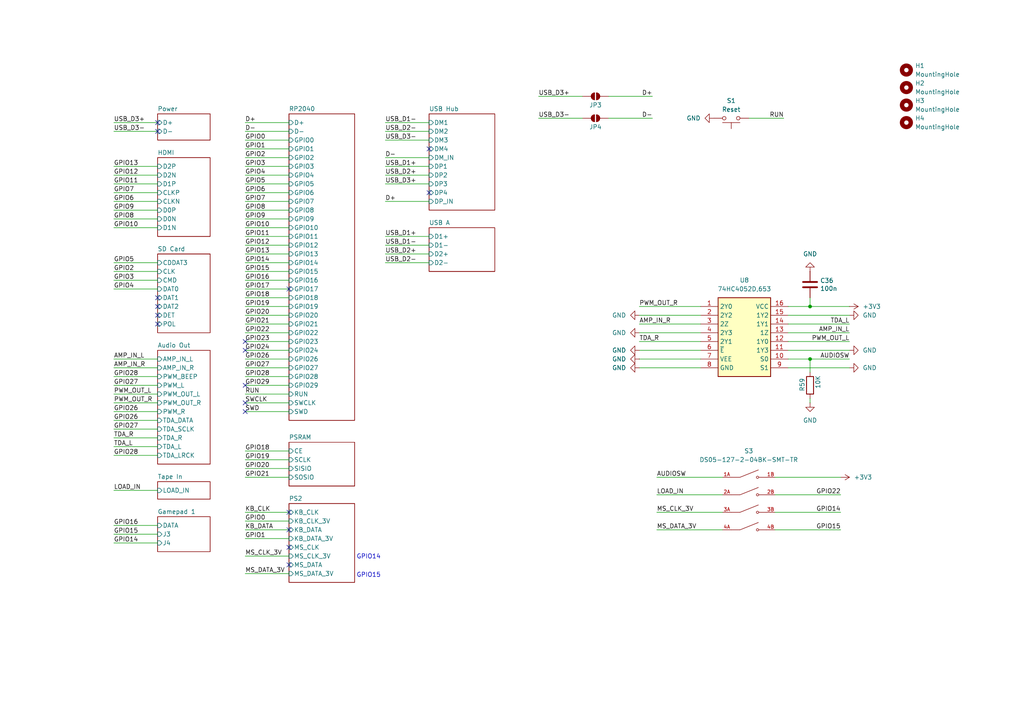
<source format=kicad_sch>
(kicad_sch (version 20250114) (generator "eeschema") (generator_version "9.0")
  (paper "A4")
  (title_block (title "MiniFRANK RM1E") (date "2025-04-15") (rev "${VERSION}") (company "Mikhail Matveev") (comment 1 "https://github.com/xtremespb/frank"))
  (lib_symbols
    (symbol "74HC4052D_653:74HC4052D,653"
      (property "Reference" "IC" (at 21.59 7.62 0))
      (property "Value" "74HC4052D,653" (at 21.59 5.08 0))
      (symbol "74HC4052D,653_1_1"
        (rectangle (start 5.08 2.54) (end 20.32 -20.32) (stroke (width 0.254)) (fill (type background)))
        (pin passive line (at 0 0 0) (length 5.08) (name "2Y0") (number "1"))
        (pin passive line (at 0 -2.54 0) (length 5.08) (name "2Y2") (number "2"))
        (pin passive line (at 0 -5.08 0) (length 5.08) (name "2Z") (number "3"))
        (pin passive line (at 0 -7.62 0) (length 5.08) (name "2Y3") (number "4"))
        (pin passive line (at 0 -10.16 0) (length 5.08) (name "2Y1") (number "5"))
        (pin passive line (at 0 -12.7 0) (length 5.08) (name "~{E}") (number "6"))
        (pin passive line (at 0 -15.24 0) (length 5.08) (name "VEE") (number "7"))
        (pin passive line (at 0 -17.78 0) (length 5.08) (name "GND") (number "8"))
        (pin passive line (at 25.4 0 180) (length 5.08) (name "VCC") (number "16"))
        (pin passive line (at 25.4 -2.54 180) (length 5.08) (name "1Y2") (number "15"))
        (pin passive line (at 25.4 -5.08 180) (length 5.08) (name "1Y1") (number "14"))
        (pin passive line (at 25.4 -7.62 180) (length 5.08) (name "1Z") (number "13"))
        (pin passive line (at 25.4 -10.16 180) (length 5.08) (name "1Y0") (number "12"))
        (pin passive line (at 25.4 -12.7 180) (length 5.08) (name "1Y3") (number "11"))
        (pin passive line (at 25.4 -15.24 180) (length 5.08) (name "S0") (number "10"))
        (pin passive line (at 25.4 -17.78 180) (length 5.08) (name "S1") (number "9"))
      )
    )
    (symbol "DS05-127-2-04BK-SMT-TR:DS05-127-2-04BK-SMT-TR" (pin_names (offset 1.016) (hide yes))
      (property "Reference" "S" (at -2.54 10.16 0))
      (property "Value" "DS05-127-2-04BK-SMT-TR" (at -2.54 -10.16 0))
      (symbol "DS05-127-2-04BK-SMT-TR_0_0"
        (polyline (pts (xy -2.54 7.62) (xy -5.08 7.62)) (stroke (width 0.1524)))
        (polyline (pts (xy -2.54 7.62) (xy 2.794 9.7536)) (stroke (width 0.1524)))
        (polyline (pts (xy -2.54 2.54) (xy -5.08 2.54)) (stroke (width 0.1524)))
        (polyline (pts (xy -2.54 2.54) (xy 2.794 4.6736)) (stroke (width 0.1524)))
        (polyline (pts (xy -2.54 -2.54) (xy -5.08 -2.54)) (stroke (width 0.1524)))
        (polyline (pts (xy -2.54 -2.54) (xy 2.794 -0.4064)) (stroke (width 0.1524)))
        (polyline (pts (xy -2.54 -7.62) (xy -5.08 -7.62)) (stroke (width 0.1524)))
        (polyline (pts (xy -2.54 -7.62) (xy 2.794 -5.4864)) (stroke (width 0.1524)))
        (circle (center 2.54 7.62) (radius 0.3302) (stroke (width 0.1524)))
        (circle (center 2.54 2.54) (radius 0.3302) (stroke (width 0.1524)))
        (circle (center 2.54 -2.54) (radius 0.3302) (stroke (width 0.1524)))
        (circle (center 2.54 -7.62) (radius 0.3302) (stroke (width 0.1524)))
        (polyline (pts (xy 5.08 7.62) (xy 2.921 7.62)) (stroke (width 0.1524)))
        (polyline (pts (xy 5.08 2.54) (xy 2.921 2.54)) (stroke (width 0.1524)))
        (polyline (pts (xy 5.08 -2.54) (xy 2.921 -2.54)) (stroke (width 0.1524)))
        (polyline (pts (xy 5.08 -7.62) (xy 2.921 -7.62)) (stroke (width 0.1524)))
        (pin passive line (at -7.62 7.62 0) (length 2.54) (name "~") (number "1A"))
        (pin passive line (at -7.62 2.54 0) (length 2.54) (name "~") (number "2A"))
        (pin passive line (at -7.62 -2.54 0) (length 2.54) (name "~") (number "3A"))
        (pin passive line (at -7.62 -7.62 0) (length 2.54) (name "~") (number "4A"))
        (pin passive line (at 7.62 7.62 180) (length 2.54) (name "~") (number "1B"))
        (pin passive line (at 7.62 2.54 180) (length 2.54) (name "~") (number "2B"))
        (pin passive line (at 7.62 -2.54 180) (length 2.54) (name "~") (number "3B"))
        (pin passive line (at 7.62 -7.62 180) (length 2.54) (name "~") (number "4B"))
      )
    )
    (symbol "Device:C" (pin_numbers (hide yes)) (pin_names (offset 0.254))
      (property "Reference" "C" (at 0.635 2.54 0))
      (property "Value" "C" (at 0.635 -2.54 0))
      (symbol "C_0_1"
        (polyline (pts (xy -2.032 0.762) (xy 2.032 0.762)) (stroke (width 0.508)))
        (polyline (pts (xy -2.032 -0.762) (xy 2.032 -0.762)) (stroke (width 0.508)))
      )
      (symbol "C_1_1"
        (pin passive line (at 0 3.81 270) (length 2.794) (name "~") (number "1"))
        (pin passive line (at 0 -3.81 90) (length 2.794) (name "~") (number "2"))
      )
    )
    (symbol "Device:R" (pin_numbers (hide yes)) (pin_names (offset 0))
      (property "Reference" "R" (at 2.032 0 90))
      (property "Value" "R" (at 0 0 90))
      (symbol "R_0_1"
        (rectangle (start -1.016 -2.54) (end 1.016 2.54) (stroke (width 0.254)))
      )
      (symbol "R_1_1"
        (pin passive line (at 0 3.81 270) (length 1.27) (name "~") (number "1"))
        (pin passive line (at 0 -3.81 90) (length 1.27) (name "~") (number "2"))
      )
    )
    (symbol "GND_1" (power) (pin_numbers (hide yes)) (pin_names (offset 0) (hide yes))
      (property "Value" "GND" (at 0 -3.81 0))
      (symbol "GND_1_0_1"
        (polyline (pts (xy 0 0) (xy 0 -1.27) (xy 1.27 -1.27) (xy 0 -2.54) (xy -1.27 -1.27) (xy 0 -1.27)))
      )
      (symbol "GND_1_1_1"
        (pin power_in line (at 0 0 270) (length 0) (name "~") (number "1"))
      )
    )
    (symbol "Jumper:SolderJumper_2_Open" (pin_numbers (hide yes)) (pin_names (offset 0) (hide yes)) (exclude_from_sim yes) (in_bom no)
      (property "Reference" "JP" (at 0 2.032 0))
      (property "Value" "SolderJumper_2_Open" (at 0 -2.54 0))
      (symbol "SolderJumper_2_Open_0_1"
        (polyline (pts (xy -0.254 1.016) (xy -0.254 -1.016)))
        (arc (start -0.254 -1.016) (mid -1.2656 0) (end -0.254 1.016))
        (arc (start -0.254 -1.016) (mid -1.2656 0) (end -0.254 1.016) (fill (type outline)))
        (arc (start 0.254 1.016) (mid 1.2656 0) (end 0.254 -1.016))
        (arc (start 0.254 1.016) (mid 1.2656 0) (end 0.254 -1.016) (fill (type outline)))
        (polyline (pts (xy 0.254 1.016) (xy 0.254 -1.016)))
      )
      (symbol "SolderJumper_2_Open_1_1"
        (pin passive line (at -3.81 0 0) (length 2.54) (name "A") (number "1"))
        (pin passive line (at 3.81 0 180) (length 2.54) (name "B") (number "2"))
      )
    )
    (symbol "Mechanical:MountingHole" (pin_names (offset 1.016)) (exclude_from_sim yes) (in_bom no)
      (property "Reference" "H" (at 0 5.08 0))
      (property "Value" "MountingHole" (at 0 3.175 0))
      (symbol "MountingHole_0_1"
        (circle (center 0 0) (radius 1.27) (stroke (width 1.27)))
      )
    )
    (symbol "Switch:SW_Push" (pin_numbers (hide yes)) (pin_names (offset 1.016) (hide yes))
      (property "Reference" "SW" (at 1.27 2.54 0))
      (property "Value" "SW_Push" (at 0 -1.524 0))
      (symbol "SW_Push_0_1"
        (circle (center -2.032 0) (radius 0.508))
        (polyline (pts (xy 0 1.27) (xy 0 3.048)))
        (circle (center 2.032 0) (radius 0.508))
        (polyline (pts (xy 2.54 1.27) (xy -2.54 1.27)))
        (pin passive line (at -5.08 0 0) (length 2.54) (name "1") (number "1"))
        (pin passive line (at 5.08 0 180) (length 2.54) (name "2") (number "2"))
      )
    )
    (symbol "power:+3V3" (power) (pin_numbers (hide yes)) (pin_names (offset 0) (hide yes))
      (property "Value" "+3V3" (at 0 3.556 0))
      (symbol "+3V3_0_1"
        (polyline (pts (xy -0.762 1.27) (xy 0 2.54)))
        (polyline (pts (xy 0 2.54) (xy 0.762 1.27)))
        (polyline (pts (xy 0 0) (xy 0 2.54)))
      )
      (symbol "+3V3_1_1"
        (pin power_in line (at 0 0 90) (length 0) (name "~") (number "1"))
      )
    )
    (symbol "power:GND" (power) (pin_numbers (hide yes)) (pin_names (offset 0) (hide yes))
      (property "Value" "GND" (at 0 -3.81 0))
      (symbol "GND_0_1"
        (polyline (pts (xy 0 0) (xy 0 -1.27) (xy 1.27 -1.27) (xy 0 -2.54) (xy -1.27 -1.27) (xy 0 -1.27)))
      )
      (symbol "GND_1_1"
        (pin power_in line (at 0 0 270) (length 0) (name "~") (number "1"))
      )
    )
  )
  (text "GPIO15" (at 106.934 166.878 0) (effects (font (size 1.27 1.27))))
  (text "GPIO14" (at 106.934 161.544 0) (effects (font (size 1.27 1.27))))
  (junction (at 234.95 104.14))
  (junction (at 234.95 88.9))
  (no_connect (at 124.46 55.88))
  (no_connect (at 45.72 38.1))
  (no_connect (at 83.82 158.75))
  (no_connect (at 71.12 116.84))
  (no_connect (at 83.82 148.59))
  (no_connect (at 45.72 86.36))
  (no_connect (at 71.12 99.06))
  (no_connect (at 124.46 43.18))
  (no_connect (at 45.72 93.98))
  (no_connect (at 45.72 35.56))
  (no_connect (at 45.72 91.44))
  (no_connect (at 83.82 153.67))
  (no_connect (at 83.82 83.82))
  (no_connect (at 71.12 101.6))
  (no_connect (at 45.72 88.9))
  (no_connect (at 83.82 163.83))
  (no_connect (at 71.12 119.38))
  (no_connect (at 71.12 111.76))
  (wire (pts (xy 33.02 83.82) (xy 45.72 83.82)))
  (wire (pts (xy 71.12 93.98) (xy 83.82 93.98)))
  (wire (pts (xy 71.12 104.14) (xy 83.82 104.14)))
  (wire (pts (xy 33.02 157.48) (xy 45.72 157.48)))
  (wire (pts (xy 71.12 166.37) (xy 83.82 166.37)))
  (wire (pts (xy 71.12 71.12) (xy 83.82 71.12)))
  (wire (pts (xy 33.02 106.68) (xy 45.72 106.68)))
  (wire (pts (xy 71.12 83.82) (xy 83.82 83.82)))
  (wire (pts (xy 71.12 151.13) (xy 83.82 151.13)))
  (wire (pts (xy 71.12 116.84) (xy 83.82 116.84)))
  (wire (pts (xy 185.42 99.06) (xy 203.2 99.06)))
  (wire (pts (xy 71.12 45.72) (xy 83.82 45.72)))
  (wire (pts (xy 71.12 68.58) (xy 83.82 68.58)))
  (wire (pts (xy 111.76 38.1) (xy 124.46 38.1)))
  (wire (pts (xy 71.12 53.34) (xy 83.82 53.34)))
  (wire (pts (xy 71.12 101.6) (xy 83.82 101.6)))
  (wire (pts (xy 111.76 58.42) (xy 124.46 58.42)))
  (wire (pts (xy 71.12 35.56) (xy 83.82 35.56)))
  (wire (pts (xy 243.84 143.51) (xy 224.79 143.51)))
  (wire (pts (xy 71.12 91.44) (xy 83.82 91.44)))
  (wire (pts (xy 185.42 93.98) (xy 203.2 93.98)))
  (wire (pts (xy 33.02 66.04) (xy 45.72 66.04)))
  (wire (pts (xy 217.17 34.29) (xy 227.33 34.29)))
  (wire (pts (xy 228.6 93.98) (xy 246.38 93.98)))
  (wire (pts (xy 71.12 50.8) (xy 83.82 50.8)))
  (wire (pts (xy 246.38 106.68) (xy 228.6 106.68)))
  (wire (pts (xy 71.12 148.59) (xy 83.82 148.59)))
  (wire (pts (xy 71.12 156.21) (xy 83.82 156.21)))
  (wire (pts (xy 33.02 60.96) (xy 45.72 60.96)))
  (wire (pts (xy 33.02 50.8) (xy 45.72 50.8)))
  (wire (pts (xy 33.02 152.4) (xy 45.72 152.4)))
  (wire (pts (xy 33.02 48.26) (xy 45.72 48.26)))
  (wire (pts (xy 185.42 104.14) (xy 203.2 104.14)))
  (wire (pts (xy 33.02 55.88) (xy 45.72 55.88)))
  (wire (pts (xy 234.95 115.57) (xy 234.95 116.84)))
  (wire (pts (xy 71.12 38.1) (xy 83.82 38.1)))
  (wire (pts (xy 246.38 91.44) (xy 228.6 91.44)))
  (wire (pts (xy 33.02 116.84) (xy 45.72 116.84)))
  (wire (pts (xy 33.02 114.3) (xy 45.72 114.3)))
  (wire (pts (xy 33.02 81.28) (xy 45.72 81.28)))
  (wire (pts (xy 189.23 27.94) (xy 176.53 27.94)))
  (wire (pts (xy 185.42 91.44) (xy 203.2 91.44)))
  (wire (pts (xy 111.76 71.12) (xy 124.46 71.12)))
  (wire (pts (xy 111.76 48.26) (xy 124.46 48.26)))
  (wire (pts (xy 234.95 104.14) (xy 246.38 104.14)))
  (wire (pts (xy 111.76 40.64) (xy 124.46 40.64)))
  (wire (pts (xy 71.12 48.26) (xy 83.82 48.26)))
  (wire (pts (xy 33.02 111.76) (xy 45.72 111.76)))
  (wire (pts (xy 71.12 86.36) (xy 83.82 86.36)))
  (wire (pts (xy 71.12 130.81) (xy 83.82 130.81)))
  (wire (pts (xy 33.02 121.92) (xy 45.72 121.92)))
  (wire (pts (xy 190.5 138.43) (xy 209.55 138.43)))
  (wire (pts (xy 234.95 88.9) (xy 228.6 88.9)))
  (wire (pts (xy 33.02 154.94) (xy 45.72 154.94)))
  (wire (pts (xy 33.02 142.24) (xy 45.72 142.24)))
  (wire (pts (xy 111.76 73.66) (xy 124.46 73.66)))
  (wire (pts (xy 185.42 101.6) (xy 203.2 101.6)))
  (wire (pts (xy 71.12 43.18) (xy 83.82 43.18)))
  (wire (pts (xy 243.84 148.59) (xy 224.79 148.59)))
  (wire (pts (xy 111.76 45.72) (xy 124.46 45.72)))
  (wire (pts (xy 33.02 119.38) (xy 45.72 119.38)))
  (wire (pts (xy 33.02 53.34) (xy 45.72 53.34)))
  (wire (pts (xy 33.02 63.5) (xy 45.72 63.5)))
  (wire (pts (xy 33.02 132.08) (xy 45.72 132.08)))
  (wire (pts (xy 234.95 104.14) (xy 234.95 107.95)))
  (wire (pts (xy 228.6 99.06) (xy 246.38 99.06)))
  (wire (pts (xy 71.12 60.96) (xy 83.82 60.96)))
  (wire (pts (xy 71.12 96.52) (xy 83.82 96.52)))
  (wire (pts (xy 33.02 78.74) (xy 45.72 78.74)))
  (wire (pts (xy 190.5 143.51) (xy 209.55 143.51)))
  (wire (pts (xy 71.12 133.35) (xy 83.82 133.35)))
  (wire (pts (xy 189.23 34.29) (xy 176.53 34.29)))
  (wire (pts (xy 185.42 88.9) (xy 203.2 88.9)))
  (wire (pts (xy 190.5 148.59) (xy 209.55 148.59)))
  (wire (pts (xy 71.12 78.74) (xy 83.82 78.74)))
  (wire (pts (xy 33.02 76.2) (xy 45.72 76.2)))
  (wire (pts (xy 185.42 106.68) (xy 203.2 106.68)))
  (wire (pts (xy 71.12 81.28) (xy 83.82 81.28)))
  (wire (pts (xy 71.12 63.5) (xy 83.82 63.5)))
  (wire (pts (xy 71.12 88.9) (xy 83.82 88.9)))
  (wire (pts (xy 33.02 38.1) (xy 45.72 38.1)))
  (wire (pts (xy 111.76 68.58) (xy 124.46 68.58)))
  (wire (pts (xy 243.84 153.67) (xy 224.79 153.67)))
  (wire (pts (xy 71.12 135.89) (xy 83.82 135.89)))
  (wire (pts (xy 71.12 114.3) (xy 83.82 114.3)))
  (wire (pts (xy 234.95 86.36) (xy 234.95 88.9)))
  (wire (pts (xy 33.02 35.56) (xy 45.72 35.56)))
  (wire (pts (xy 111.76 53.34) (xy 124.46 53.34)))
  (wire (pts (xy 71.12 119.38) (xy 83.82 119.38)))
  (wire (pts (xy 71.12 111.76) (xy 83.82 111.76)))
  (wire (pts (xy 33.02 124.46) (xy 45.72 124.46)))
  (wire (pts (xy 33.02 104.14) (xy 45.72 104.14)))
  (wire (pts (xy 33.02 58.42) (xy 45.72 58.42)))
  (wire (pts (xy 71.12 55.88) (xy 83.82 55.88)))
  (wire (pts (xy 246.38 88.9) (xy 234.95 88.9)))
  (wire (pts (xy 111.76 50.8) (xy 124.46 50.8)))
  (wire (pts (xy 71.12 99.06) (xy 83.82 99.06)))
  (wire (pts (xy 190.5 153.67) (xy 209.55 153.67)))
  (wire (pts (xy 71.12 58.42) (xy 83.82 58.42)))
  (wire (pts (xy 228.6 104.14) (xy 234.95 104.14)))
  (wire (pts (xy 71.12 138.43) (xy 83.82 138.43)))
  (wire (pts (xy 71.12 66.04) (xy 83.82 66.04)))
  (wire (pts (xy 71.12 73.66) (xy 83.82 73.66)))
  (wire (pts (xy 71.12 40.64) (xy 83.82 40.64)))
  (wire (pts (xy 71.12 76.2) (xy 83.82 76.2)))
  (wire (pts (xy 228.6 96.52) (xy 246.38 96.52)))
  (wire (pts (xy 71.12 109.22) (xy 83.82 109.22)))
  (wire (pts (xy 33.02 129.54) (xy 45.72 129.54)))
  (wire (pts (xy 243.84 138.43) (xy 224.79 138.43)))
  (wire (pts (xy 33.02 127) (xy 45.72 127)))
  (wire (pts (xy 111.76 35.56) (xy 124.46 35.56)))
  (wire (pts (xy 185.42 96.52) (xy 203.2 96.52)))
  (wire (pts (xy 71.12 106.68) (xy 83.82 106.68)))
  (wire (pts (xy 246.38 101.6) (xy 228.6 101.6)))
  (wire (pts (xy 33.02 109.22) (xy 45.72 109.22)))
  (wire (pts (xy 71.12 161.29) (xy 83.82 161.29)))
  (wire (pts (xy 156.21 27.94) (xy 168.91 27.94)))
  (wire (pts (xy 156.21 34.29) (xy 168.91 34.29)))
  (wire (pts (xy 71.12 153.67) (xy 83.82 153.67)))
  (wire (pts (xy 111.76 76.2) (xy 124.46 76.2)))
  (label "GPIO26" (at 33.02 119.38 0))
  (label "GPIO2" (at 33.02 78.74 0))
  (label "USB_D3+" (at 111.76 53.34 0))
  (label "GPIO12" (at 33.02 50.8 0))
  (label "GPIO27" (at 71.12 106.68 0))
  (label "AUDIOSW" (at 190.5 138.43 0))
  (label "GPIO1" (at 71.12 43.18 0))
  (label "GPIO20" (at 71.12 91.44 0))
  (label "USB_D2-" (at 111.76 76.2 0))
  (label "GPIO21" (at 71.12 93.98 0))
  (label "GPIO14" (at 71.12 76.2 0))
  (label "AMP_IN_L" (at 33.02 104.14 0))
  (label "GPIO15" (at 71.12 78.74 0))
  (label "USB_D3-" (at 156.21 34.29 0))
  (label "GPIO3" (at 33.02 81.28 0))
  (label "PWM_OUT_R" (at 33.02 116.84 0))
  (label "GPIO9" (at 71.12 63.5 0))
  (label "GPIO27" (at 33.02 124.46 0))
  (label "PWM_OUT_R" (at 185.42 88.9 0))
  (label "GPIO7" (at 33.02 55.88 0))
  (label "MS_CLK_3V" (at 190.5 148.59 0))
  (label "USB_D1+" (at 111.76 48.26 0))
  (label "GPIO10" (at 71.12 66.04 0))
  (label "USB_D3-" (at 33.02 38.1 0))
  (label "D+" (at 111.76 58.42 0))
  (label "GPIO19" (at 71.12 133.35 0))
  (label "MS_DATA_3V" (at 71.12 166.37 0))
  (label "GPIO18" (at 71.12 86.36 0))
  (label "GPIO16" (at 33.02 152.4 0))
  (label "KB_CLK" (at 71.12 148.59 0))
  (label "GPIO22" (at 71.12 96.52 0))
  (label "RUN" (at 71.12 114.3 0))
  (label "SWCLK" (at 71.12 116.84 0))
  (label "GPIO23" (at 71.12 99.06 0))
  (label "GPIO4" (at 33.02 83.82 0))
  (label "GPIO17" (at 71.12 83.82 0))
  (label "D+" (at 71.12 35.56 0))
  (label "GPIO7" (at 71.12 58.42 0))
  (label "GPIO14" (at 33.02 157.48 0))
  (label "GPIO10" (at 33.02 66.04 0))
  (label "GPIO21" (at 71.12 138.43 0))
  (label "GPIO28" (at 71.12 109.22 0))
  (label "USB_D3-" (at 111.76 40.64 0))
  (label "GPIO3" (at 71.12 48.26 0))
  (label "GPIO1" (at 71.12 156.21 0))
  (label "LOAD_IN" (at 190.5 143.51 0))
  (label "GPIO19" (at 71.12 88.9 0))
  (label "GPIO0" (at 71.12 151.13 0))
  (label "GPIO4" (at 71.12 50.8 0))
  (label "GPIO24" (at 71.12 101.6 0))
  (label "TDA_L" (at 33.02 129.54 0))
  (label "GPIO18" (at 71.12 130.81 0))
  (label "TDA_R" (at 33.02 127 0))
  (label "GPIO9" (at 33.02 60.96 0))
  (label "MS_DATA_3V" (at 190.5 153.67 0))
  (label "GPIO2" (at 71.12 45.72 0))
  (label "GPIO29" (at 71.12 111.76 0))
  (label "USB_D2+" (at 111.76 50.8 0))
  (label "GPIO26" (at 33.02 121.92 0))
  (label "PWM_OUT_L" (at 246.38 99.06 180))
  (label "GPIO8" (at 33.02 63.5 0))
  (label "USB_D3+" (at 33.02 35.56 0))
  (label "GPIO14" (at 243.84 148.59 180))
  (label "USB_D2+" (at 111.76 73.66 0))
  (label "AUDIOSW" (at 246.38 104.14 180))
  (label "GPIO16" (at 71.12 81.28 0))
  (label "GPIO12" (at 71.12 71.12 0))
  (label "GPIO22" (at 243.84 143.51 180))
  (label "MS_CLK_3V" (at 71.12 161.29 0))
  (label "TDA_L" (at 246.38 93.98 180))
  (label "USB_D1-" (at 111.76 35.56 0))
  (label "GPIO6" (at 33.02 58.42 0))
  (label "GPIO11" (at 33.02 53.34 0))
  (label "AMP_IN_L" (at 246.38 96.52 180))
  (label "GPIO15" (at 33.02 154.94 0))
  (label "GPIO26" (at 71.12 104.14 0))
  (label "D-" (at 111.76 45.72 0))
  (label "GPIO5" (at 71.12 53.34 0))
  (label "GPIO28" (at 33.02 109.22 0))
  (label "GPIO27" (at 33.02 111.76 0))
  (label "GPIO5" (at 33.02 76.2 0))
  (label "PWM_OUT_L" (at 33.02 114.3 0))
  (label "TDA_R" (at 185.42 99.06 0))
  (label "GPIO20" (at 71.12 135.89 0))
  (label "USB_D2-" (at 111.76 38.1 0))
  (label "GPIO15" (at 243.84 153.67 180))
  (label "LOAD_IN" (at 33.02 142.24 0))
  (label "GPIO8" (at 71.12 60.96 0))
  (label "AMP_IN_R" (at 185.42 93.98 0))
  (label "RUN" (at 227.33 34.29 180))
  (label "USB_D1+" (at 111.76 68.58 0))
  (label "USB_D1-" (at 111.76 71.12 0))
  (label "D+" (at 189.23 27.94 180))
  (label "GPIO11" (at 71.12 68.58 0))
  (label "GPIO13" (at 33.02 48.26 0))
  (label "GPIO28" (at 33.02 132.08 0))
  (label "AMP_IN_R" (at 33.02 106.68 0))
  (label "USB_D3+" (at 156.21 27.94 0))
  (label "GPIO13" (at 71.12 73.66 0))
  (label "KB_DATA" (at 71.12 153.67 0))
  (label "D-" (at 71.12 38.1 0))
  (label "GPIO6" (at 71.12 55.88 0))
  (label "SWD" (at 71.12 119.38 0))
  (label "D-" (at 189.23 34.29 180))
  (label "GPIO0" (at 71.12 40.64 0))
  (symbol (lib_id "Device:R") (at 234.95 111.76 180) (unit 1)
    (property "Reference" "R59" (at 232.664 113.538 90) (effects (justify right)))
    (property "Value" "10K" (at 237.236 112.776 90) (effects (justify right)))
    (property "Footprint" "FRANK:Resistor (0402)" (effects (hide yes)))
    (property "Datasheet" "https://www.vishay.com/docs/28952/mcs0402at-mct0603at-mcu0805at-mca1206at.pdf" (effects (hide yes)))
    (property "AliExpress" "https://www.aliexpress.com/item/1005005945735199.html" (effects (hide yes)))
  )
  (symbol (lib_id "power:GND") (at 185.42 96.52 270) (unit 1)
    (property "Reference" "#PWR091" (effects (hide yes)))
    (property "Value" "GND" (at 181.61 96.5201 90) (effects (justify right)))
    (property "Description" "Power symbol creates a global label with name \"GND\" , ground" (effects (hide yes)))
  )
  (symbol (lib_id "power:+3V3") (at 243.84 138.43 270) (unit 1)
    (property "Reference" "#PWR084" (effects (hide yes)))
    (property "Value" "+3V3" (at 247.65 138.4299 90) (effects (justify left)))
    (property "Description" "Power symbol creates a global label with name \"+3V3\"" (effects (hide yes)))
  )
  (symbol (lib_name "GND_1") (lib_id "power:GND") (at 207.01 34.29 270) (unit 1)
    (property "Reference" "#PWR01" (effects (hide yes)))
    (property "Value" "GND" (at 203.2 34.2899 90) (effects (justify right)))
    (property "Description" "Power symbol creates a global label with name \"GND\" , ground" (effects (hide yes)))
  )
  (symbol (lib_id "power:GND") (at 185.42 91.44 270) (unit 1)
    (property "Reference" "#PWR092" (effects (hide yes)))
    (property "Value" "GND" (at 181.61 91.4401 90) (effects (justify right)))
    (property "Description" "Power symbol creates a global label with name \"GND\" , ground" (effects (hide yes)))
  )
  (symbol (lib_id "power:GND") (at 234.95 116.84 0) (unit 1)
    (property "Reference" "#PWR088" (effects (hide yes)))
    (property "Value" "GND" (at 234.95 121.92 0))
    (property "Description" "Power symbol creates a global label with name \"GND\" , ground" (effects (hide yes)))
  )
  (symbol (lib_id "power:GND") (at 246.38 106.68 90) (unit 1)
    (property "Reference" "#PWR087" (effects (hide yes)))
    (property "Value" "GND" (at 250.19 106.6799 90) (effects (justify right)))
    (property "Description" "Power symbol creates a global label with name \"GND\" , ground" (effects (hide yes)))
  )
  (symbol (lib_id "Switch:SW_Push") (at 212.09 34.29 180) (unit 1)
    (property "Reference" "S1" (at 212.09 29.21 0))
    (property "Value" "Reset" (at 212.09 31.75 0))
    (property "Footprint" "FRANK:Button (SMD, 3x3mm, 1-1)" (effects (hide yes)))
    (property "Datasheet" "https://parts4laptops.eu/en/microbuttons/3300-microbutton-tact-switch-ts-1233-33x33x15mm-smt-mounting.html" (effects (hide yes)))
    (property "AliExpress" "https://www.aliexpress.com/item/1005007359248990.html" (effects (hide yes)))
  )
  (symbol (lib_id "Device:C") (at 234.95 82.55 0) (unit 1)
    (property "Reference" "C36" (at 237.871 81.3816 0) (effects (justify left)))
    (property "Value" "100n" (at 237.871 83.693 0) (effects (justify left)))
    (property "Footprint" "FRANK:Capacitor (0402)" (effects (hide yes)))
    (property "Datasheet" "https://eu.mouser.com/datasheet/2/40/KGM_X7R-3223212.pdf" (effects (hide yes)))
    (property "AliExpress" "https://www.aliexpress.com/item/33008008276.html" (effects (hide yes)))
  )
  (symbol (lib_id "power:GND") (at 246.38 101.6 90) (unit 1)
    (property "Reference" "#PWR090" (effects (hide yes)))
    (property "Value" "GND" (at 250.19 101.5999 90) (effects (justify right)))
    (property "Description" "Power symbol creates a global label with name \"GND\" , ground" (effects (hide yes)))
  )
  (symbol (lib_id "Jumper:SolderJumper_2_Open") (at 172.72 34.29 0) (unit 1)
    (property "Reference" "JP4" (at 172.72 36.83 0))
    (property "Value" "Jumper (Solder)" (effects (hide yes)))
    (property "Footprint" "FRANK:Jumper (solder)" (effects (hide yes)))
    (property "Description" "Solder Jumper, 2-pole, open" (effects (hide yes)))
    (property "AliExpress" "https://www.aliexpress.com/item/1005006454399822.html" (effects (hide yes)))
  )
  (symbol (lib_id "power:GND") (at 246.38 91.44 90) (unit 1)
    (property "Reference" "#PWR089" (effects (hide yes)))
    (property "Value" "GND" (at 250.19 91.4399 90) (effects (justify right)))
    (property "Description" "Power symbol creates a global label with name \"GND\" , ground" (effects (hide yes)))
  )
  (symbol (lib_id "Mechanical:MountingHole") (at 262.89 30.48 0) (unit 1) (exclude_from_sim yes) (in_bom no)
    (property "Reference" "H3" (at 265.43 29.2099 0) (effects (justify left)))
    (property "Value" "MountingHole" (at 265.43 31.7499 0) (effects (justify left)))
    (property "Footprint" "FRANK:Mounting Hole (2.7mm)" (effects (hide yes)))
    (property "Description" "Mounting Hole without connection" (effects (hide yes)))
  )
  (symbol (lib_id "Mechanical:MountingHole") (at 262.89 25.4 0) (unit 1) (exclude_from_sim yes) (in_bom no)
    (property "Reference" "H2" (at 265.43 24.1299 0) (effects (justify left)))
    (property "Value" "MountingHole" (at 265.43 26.6699 0) (effects (justify left)))
    (property "Footprint" "FRANK:Mounting Hole (2.7mm)" (effects (hide yes)))
    (property "Description" "Mounting Hole without connection" (effects (hide yes)))
  )
  (symbol (lib_id "power:GND") (at 185.42 106.68 270) (unit 1)
    (property "Reference" "#PWR085" (effects (hide yes)))
    (property "Value" "GND" (at 181.61 106.6801 90) (effects (justify right)))
    (property "Description" "Power symbol creates a global label with name \"GND\" , ground" (effects (hide yes)))
  )
  (symbol (lib_id "Mechanical:MountingHole") (at 262.89 35.56 0) (unit 1) (exclude_from_sim yes) (in_bom no)
    (property "Reference" "H4" (at 265.43 34.2899 0) (effects (justify left)))
    (property "Value" "MountingHole" (at 265.43 36.8299 0) (effects (justify left)))
    (property "Footprint" "FRANK:Mounting Hole (2.7mm)" (effects (hide yes)))
    (property "Description" "Mounting Hole without connection" (effects (hide yes)))
  )
  (symbol (lib_id "power:GND") (at 234.95 78.74 180) (unit 1)
    (property "Reference" "#PWR093" (effects (hide yes)))
    (property "Value" "GND" (at 234.95 73.66 0))
    (property "Description" "Power symbol creates a global label with name \"GND\" , ground" (effects (hide yes)))
  )
  (symbol (lib_id "Mechanical:MountingHole") (at 262.89 20.32 0) (unit 1) (exclude_from_sim yes) (in_bom no)
    (property "Reference" "H1" (at 265.43 19.0499 0) (effects (justify left)))
    (property "Value" "MountingHole" (at 265.43 21.5899 0) (effects (justify left)))
    (property "Footprint" "FRANK:Mounting Hole (2.7mm)" (effects (hide yes)))
    (property "Description" "Mounting Hole without connection" (effects (hide yes)))
  )
  (symbol (lib_id "Jumper:SolderJumper_2_Open") (at 172.72 27.94 0) (unit 1)
    (property "Reference" "JP3" (at 172.72 30.48 0))
    (property "Value" "Jumper (Solder)" (effects (hide yes)))
    (property "Footprint" "FRANK:Jumper (solder)" (effects (hide yes)))
    (property "Description" "Solder Jumper, 2-pole, open" (effects (hide yes)))
    (property "AliExpress" "https://www.aliexpress.com/item/1005006454399822.html" (effects (hide yes)))
  )
  (symbol (lib_id "DS05-127-2-04BK-SMT-TR:DS05-127-2-04BK-SMT-TR") (at 217.17 146.05 0) (unit 1)
    (property "Reference" "S3" (at 217.17 130.81 0))
    (property "Value" "DS05-127-2-04BK-SMT-TR" (at 217.17 133.35 0))
    (property "Footprint" "SW_DS05-127-2-04BK-SMT-TR" (effects (hide yes)))
    (property "PARTREV" "V0.0" (effects (hide yes)))
    (property "MANUFACTURER" "CUI Inc." (effects (hide yes)))
    (property "MAXIMUM_PACKAGE_HEIGHT" "2.60 mm" (effects (hide yes)))
    (property "STANDARD" "Manufacturer Recommendations" (effects (hide yes)))
  )
  (symbol (lib_id "power:+3V3") (at 246.38 88.9 270) (unit 1)
    (property "Reference" "#PWR083" (effects (hide yes)))
    (property "Value" "+3V3" (at 250.19 88.8999 90) (effects (justify left)))
    (property "Description" "Power symbol creates a global label with name \"+3V3\"" (effects (hide yes)))
  )
  (symbol (lib_id "74HC4052D_653:74HC4052D,653") (at 203.2 88.9 0) (unit 1)
    (property "Reference" "U8" (at 215.9 81.28 0))
    (property "Value" "74HC4052D,653" (at 215.9 83.82 0))
    (property "Footprint" "FRANK:74HC4052D653" (effects (hide yes)))
    (property "Datasheet" "https://assets.nexperia.com/documents/data-sheet/74HC_HCT4052.pdf" (effects (hide yes)))
    (property "Description" "74HC(T)4052 - Dual 4-channel analog multiplexer/demultiplexer@en-us" (effects (hide yes)))
    (property "Height" "1.75" (effects (hide yes)))
    (property "Mouser Part Number" "771-74HC4052D-T" (effects (hide yes)))
    (property "Mouser Price/Stock" "https://www.mouser.co.uk/ProductDetail/Nexperia/74HC4052D653?qs=P62ublwmbi9dOtwH%252Bhrppg%3D%3D" (effects (hide yes)))
    (property "Manufacturer_Name" "Nexperia" (effects (hide yes)))
    (property "Manufacturer_Part_Number" "74HC4052D,653" (effects (hide yes)))
  )
  (symbol (lib_id "power:GND") (at 185.42 104.14 270) (unit 1)
    (property "Reference" "#PWR086" (effects (hide yes)))
    (property "Value" "GND" (at 181.61 104.1401 90) (effects (justify right)))
    (property "Description" "Power symbol creates a global label with name \"GND\" , ground" (effects (hide yes)))
  )
  (symbol (lib_id "power:GND") (at 185.42 101.6 270) (unit 1)
    (property "Reference" "#PWR04" (effects (hide yes)))
    (property "Value" "GND" (at 181.61 101.6001 90) (effects (justify right)))
    (property "Description" "Power symbol creates a global label with name \"GND\" , ground" (effects (hide yes)))
  )
  (sheet (at 45.72 45.72) (size 15.24 22.86) (stroke (width 0.1524))
    (property "Sheetname" "HDMI" (at 45.72 45.0084 0) (effects (justify left bottom)))
    (property "Sheetfile" "hdmi.kicad_sch" (effects (hide yes)))
    (pin "D2P" input (at 45.72 48.26 180))
    (pin "D2N" input (at 45.72 50.8 180))
    (pin "D1P" input (at 45.72 53.34 180))
    (pin "CLKP" input (at 45.72 55.88 180))
    (pin "CLKN" input (at 45.72 58.42 180))
    (pin "D0P" input (at 45.72 60.96 180))
    (pin "D0N" input (at 45.72 63.5 180))
    (pin "D1N" input (at 45.72 66.04 180))
  )
  (sheet (at 45.72 149.86) (size 15.24 10.16) (stroke (width 0.1524))
    (property "Sheetname" "Gamepad 1" (at 45.72 149.1484 0) (effects (justify left bottom)))
    (property "Sheetfile" "gamepad.kicad_sch" (effects (hide yes)))
    (pin "DATA" input (at 45.72 152.4 180))
    (pin "J3" input (at 45.72 154.94 180))
    (pin "J4" input (at 45.72 157.48 180))
  )
  (sheet (at 83.82 146.05) (size 19.05 22.86) (stroke (width 0.1524))
    (property "Sheetname" "PS2" (at 83.82 145.3384 0) (effects (justify left bottom)))
    (property "Sheetfile" "ps2.kicad_sch" (effects (hide yes)))
    (pin "KB_CLK" input (at 83.82 148.59 180))
    (pin "KB_CLK_3V" input (at 83.82 151.13 180))
    (pin "KB_DATA" input (at 83.82 153.67 180))
    (pin "KB_DATA_3V" input (at 83.82 156.21 180))
    (pin "MS_CLK" input (at 83.82 158.75 180))
    (pin "MS_CLK_3V" input (at 83.82 161.29 180))
    (pin "MS_DATA" input (at 83.82 163.83 180))
    (pin "MS_DATA_3V" input (at 83.82 166.37 180))
  )
  (sheet (at 124.46 33.02) (size 19.05 27.94) (stroke (width 0.1524))
    (property "Sheetname" "USB Hub" (at 124.46 32.3084 0) (effects (justify left bottom)))
    (property "Sheetfile" "usb_hub.kicad_sch" (effects (hide yes)))
    (pin "DM1" input (at 124.46 35.56 180))
    (pin "DM2" input (at 124.46 38.1 180))
    (pin "DM3" input (at 124.46 40.64 180))
    (pin "DM4" input (at 124.46 43.18 180))
    (pin "DM_IN" input (at 124.46 45.72 180))
    (pin "DP1" input (at 124.46 48.26 180))
    (pin "DP2" input (at 124.46 50.8 180))
    (pin "DP3" input (at 124.46 53.34 180))
    (pin "DP4" input (at 124.46 55.88 180))
    (pin "DP_IN" input (at 124.46 58.42 180))
  )
  (sheet (at 83.82 33.02) (size 19.05 88.9) (stroke (width 0.1524))
    (property "Sheetname" "RP2040" (at 83.82 32.3084 0) (effects (justify left bottom)))
    (property "Sheetfile" "rp2040.kicad_sch" (effects (hide yes)))
    (pin "D+" input (at 83.82 35.56 180))
    (pin "D-" input (at 83.82 38.1 180))
    (pin "GPIO0" input (at 83.82 40.64 180))
    (pin "GPIO1" input (at 83.82 43.18 180))
    (pin "GPIO2" input (at 83.82 45.72 180))
    (pin "GPIO3" input (at 83.82 48.26 180))
    (pin "GPIO4" input (at 83.82 50.8 180))
    (pin "GPIO5" input (at 83.82 53.34 180))
    (pin "GPIO6" input (at 83.82 55.88 180))
    (pin "GPIO7" input (at 83.82 58.42 180))
    (pin "GPIO8" input (at 83.82 60.96 180))
    (pin "GPIO9" input (at 83.82 63.5 180))
    (pin "GPIO10" input (at 83.82 66.04 180))
    (pin "GPIO11" input (at 83.82 68.58 180))
    (pin "GPIO12" input (at 83.82 71.12 180))
    (pin "GPIO13" input (at 83.82 73.66 180))
    (pin "GPIO14" input (at 83.82 76.2 180))
    (pin "GPIO15" input (at 83.82 78.74 180))
    (pin "GPIO16" input (at 83.82 81.28 180))
    (pin "GPIO17" input (at 83.82 83.82 180))
    (pin "GPIO18" input (at 83.82 86.36 180))
    (pin "GPIO19" input (at 83.82 88.9 180))
    (pin "GPIO20" input (at 83.82 91.44 180))
    (pin "GPIO21" input (at 83.82 93.98 180))
    (pin "GPIO22" input (at 83.82 96.52 180))
    (pin "GPIO23" input (at 83.82 99.06 180))
    (pin "GPIO24" input (at 83.82 101.6 180))
    (pin "GPIO26" input (at 83.82 104.14 180))
    (pin "GPIO27" input (at 83.82 106.68 180))
    (pin "GPIO28" input (at 83.82 109.22 180))
    (pin "GPIO29" input (at 83.82 111.76 180))
    (pin "RUN" input (at 83.82 114.3 180))
    (pin "SWCLK" input (at 83.82 116.84 180))
    (pin "SWD" input (at 83.82 119.38 180))
  )
  (sheet (at 45.72 101.6) (size 15.24 33.02) (stroke (width 0.1524))
    (property "Sheetname" "Audio Out" (at 45.72 100.8884 0) (effects (justify left bottom)))
    (property "Sheetfile" "audio.kicad_sch" (effects (hide yes)))
    (pin "AMP_IN_L" input (at 45.72 104.14 180))
    (pin "AMP_IN_R" input (at 45.72 106.68 180))
    (pin "PWM_BEEP" input (at 45.72 109.22 180))
    (pin "PWM_L" input (at 45.72 111.76 180))
    (pin "PWM_OUT_L" input (at 45.72 114.3 180))
    (pin "PWM_OUT_R" input (at 45.72 116.84 180))
    (pin "PWM_R" input (at 45.72 119.38 180))
    (pin "TDA_DATA" input (at 45.72 121.92 180))
    (pin "TDA_L" input (at 45.72 129.54 180))
    (pin "TDA_LRCK" input (at 45.72 132.08 180))
    (pin "TDA_R" input (at 45.72 127 180))
    (pin "TDA_SCLK" input (at 45.72 124.46 180))
  )
  (sheet (at 45.72 33.02) (size 15.24 7.62) (stroke (width 0.1524))
    (property "Sheetname" "Power" (at 45.72 32.3084 0) (effects (justify left bottom)))
    (property "Sheetfile" "power.kicad_sch" (effects (hide yes)))
    (pin "D+" input (at 45.72 35.56 180))
    (pin "D-" input (at 45.72 38.1 180))
  )
  (sheet (at 45.72 139.7) (size 15.24 5.08) (stroke (width 0.1524))
    (property "Sheetname" "Tape In" (at 45.72 138.9884 0) (effects (justify left bottom)))
    (property "Sheetfile" "tape.kicad_sch" (effects (hide yes)))
    (pin "LOAD_IN" input (at 45.72 142.24 180))
  )
  (sheet (at 124.46 66.04) (size 19.05 12.7) (stroke (width 0.1524))
    (property "Sheetname" "USB A" (at 124.46 65.3284 0) (effects (justify left bottom)))
    (property "Sheetfile" "usbstack.kicad_sch" (effects (hide yes)))
    (pin "D1+" input (at 124.46 68.58 180))
    (pin "D1-" input (at 124.46 71.12 180))
    (pin "D2+" input (at 124.46 73.66 180))
    (pin "D2-" input (at 124.46 76.2 180))
  )
  (sheet (at 45.72 73.66) (size 15.24 22.86) (stroke (width 0.1524))
    (property "Sheetname" "SD Card" (at 45.72 72.9484 0) (effects (justify left bottom)))
    (property "Sheetfile" "sd.kicad_sch" (effects (hide yes)))
    (pin "CDDAT3" input (at 45.72 76.2 180))
    (pin "CLK" input (at 45.72 78.74 180))
    (pin "CMD" input (at 45.72 81.28 180))
    (pin "DAT0" input (at 45.72 83.82 180))
    (pin "DAT1" input (at 45.72 86.36 180))
    (pin "DAT2" input (at 45.72 88.9 180))
    (pin "DET" input (at 45.72 91.44 180))
    (pin "POL" input (at 45.72 93.98 180))
  )
  (sheet (at 83.82 128.27) (size 19.05 12.7) (stroke (width 0.1524))
    (property "Sheetname" "PSRAM" (at 83.82 127.5584 0) (effects (justify left bottom)))
    (property "Sheetfile" "psram.kicad_sch" (effects (hide yes)))
    (pin "CE" input (at 83.82 130.81 180))
    (pin "SCLK" input (at 83.82 133.35 180))
    (pin "SISIO" input (at 83.82 135.89 180))
    (pin "SOSIO" input (at 83.82 138.43 180))
  )
)
</source>
